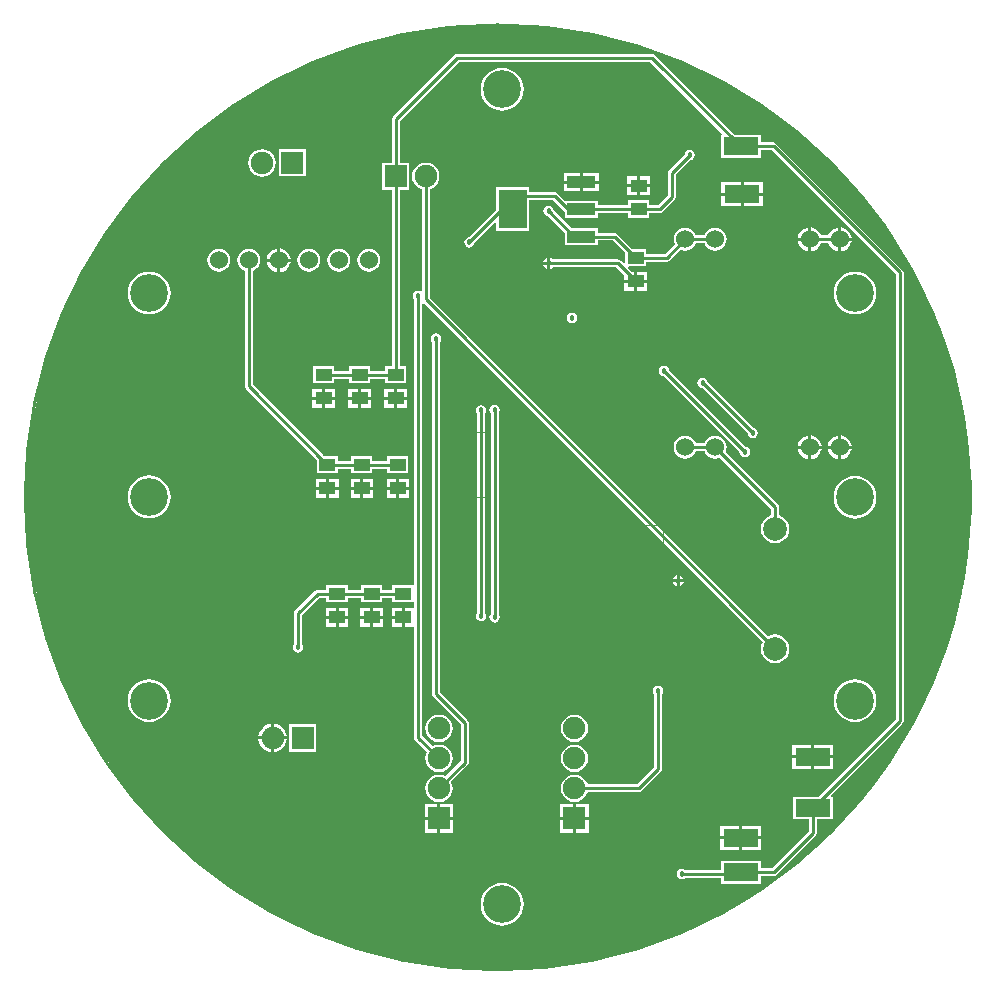
<source format=gbl>
G04*
G04 #@! TF.GenerationSoftware,Altium Limited,Altium Designer,18.1.7 (191)*
G04*
G04 Layer_Physical_Order=2*
G04 Layer_Color=16711680*
%FSLAX25Y25*%
%MOIN*%
G70*
G01*
G75*
%ADD10C,0.00394*%
%ADD11C,0.01000*%
%ADD14C,0.00197*%
%ADD15R,0.05512X0.04331*%
%ADD19R,0.11811X0.05906*%
%ADD41C,0.06000*%
%ADD42C,0.07480*%
%ADD43O,0.07480X0.07480*%
%ADD44R,0.07480X0.07480*%
%ADD45C,0.07480*%
%ADD46R,0.07480X0.07480*%
%ADD47C,0.07874*%
%ADD48C,0.12598*%
%ADD49C,0.01800*%
%ADD50R,0.09449X0.12992*%
%ADD51R,0.09449X0.03937*%
G36*
X455588Y464601D02*
X463283Y463843D01*
X470931Y462709D01*
X478514Y461200D01*
X486015Y459321D01*
X493414Y457077D01*
X500694Y454472D01*
X507837Y451513D01*
X514826Y448208D01*
X521645Y444563D01*
X528277Y440588D01*
X534706Y436292D01*
X540916Y431686D01*
X546893Y426781D01*
X552622Y421589D01*
X558089Y416122D01*
X563281Y410393D01*
X568186Y404416D01*
X572792Y398206D01*
X577088Y391777D01*
X581063Y385145D01*
X584708Y378326D01*
X588013Y371337D01*
X590972Y364193D01*
X593577Y356914D01*
X595822Y349515D01*
X597700Y342015D01*
X599209Y334431D01*
X600343Y326783D01*
X601101Y319089D01*
X601480Y311366D01*
Y307500D01*
Y303634D01*
X601101Y295912D01*
X600343Y288217D01*
X599209Y280569D01*
X597700Y272986D01*
X595822Y265485D01*
X593577Y258086D01*
X590972Y250806D01*
X588013Y243663D01*
X584708Y236674D01*
X581063Y229855D01*
X577088Y223223D01*
X572792Y216794D01*
X568186Y210584D01*
X563281Y204607D01*
X558089Y198878D01*
X552622Y193411D01*
X546893Y188219D01*
X540916Y183314D01*
X534706Y178708D01*
X528277Y174412D01*
X521645Y170437D01*
X514826Y166792D01*
X507837Y163487D01*
X500694Y160528D01*
X493414Y157923D01*
X486015Y155678D01*
X478514Y153800D01*
X470931Y152291D01*
X463283Y151157D01*
X455588Y150399D01*
X447866Y150020D01*
X440134D01*
X432411Y150399D01*
X424717Y151157D01*
X417069Y152291D01*
X409485Y153800D01*
X401985Y155678D01*
X394586Y157923D01*
X387306Y160528D01*
X380163Y163487D01*
X373174Y166792D01*
X366355Y170437D01*
X359723Y174412D01*
X353294Y178708D01*
X347084Y183314D01*
X341107Y188219D01*
X335378Y193411D01*
X329911Y198878D01*
X324719Y204607D01*
X319813Y210584D01*
X315208Y216794D01*
X310912Y223223D01*
X306937Y229855D01*
X303292Y236674D01*
X299987Y243663D01*
X297028Y250806D01*
X294423Y258086D01*
X292179Y265485D01*
X290300Y272986D01*
X288791Y280569D01*
X287657Y288217D01*
X286899Y295912D01*
X286520Y303634D01*
Y307500D01*
Y311366D01*
X286899Y319089D01*
X287657Y326783D01*
X288791Y334431D01*
X290300Y342015D01*
X292179Y349515D01*
X294423Y356914D01*
X297028Y364193D01*
X299987Y371337D01*
X303292Y378326D01*
X306937Y385145D01*
X310912Y391777D01*
X315208Y398206D01*
X319813Y404416D01*
X324719Y410393D01*
X329911Y416122D01*
X335378Y421589D01*
X341107Y426781D01*
X347084Y431686D01*
X353294Y436292D01*
X359723Y440588D01*
X366355Y444563D01*
X373174Y448208D01*
X380163Y451513D01*
X387306Y454472D01*
X394586Y457077D01*
X401985Y459321D01*
X409485Y461200D01*
X417069Y462709D01*
X424717Y463843D01*
X432411Y464601D01*
X440134Y464980D01*
X447866D01*
X455588Y464601D01*
D02*
G37*
%LPC*%
G36*
X445000Y450634D02*
X443608Y450496D01*
X442270Y450091D01*
X441037Y449431D01*
X439956Y448544D01*
X439069Y447463D01*
X438410Y446230D01*
X438003Y444892D01*
X437866Y443500D01*
X438003Y442108D01*
X438410Y440770D01*
X439069Y439537D01*
X439956Y438456D01*
X441037Y437569D01*
X442270Y436909D01*
X443608Y436504D01*
X445000Y436366D01*
X446392Y436504D01*
X447730Y436909D01*
X448963Y437569D01*
X450044Y438456D01*
X450931Y439537D01*
X451590Y440770D01*
X451997Y442108D01*
X452134Y443500D01*
X451997Y444892D01*
X451590Y446230D01*
X450931Y447463D01*
X450044Y448544D01*
X448963Y449431D01*
X447730Y450091D01*
X446392Y450496D01*
X445000Y450634D01*
D02*
G37*
G36*
X379540Y423540D02*
X370460D01*
Y414460D01*
X379540D01*
Y423540D01*
D02*
G37*
G36*
X365000Y423579D02*
X363815Y423423D01*
X362710Y422966D01*
X361762Y422238D01*
X361034Y421290D01*
X360577Y420185D01*
X360421Y419000D01*
X360577Y417815D01*
X361034Y416710D01*
X361762Y415762D01*
X362710Y415034D01*
X363815Y414577D01*
X365000Y414421D01*
X366185Y414577D01*
X367290Y415034D01*
X368238Y415762D01*
X368966Y416710D01*
X369423Y417815D01*
X369579Y419000D01*
X369423Y420185D01*
X368966Y421290D01*
X368238Y422238D01*
X367290Y422966D01*
X366185Y423423D01*
X365000Y423579D01*
D02*
G37*
G36*
X477142Y415524D02*
X471917D01*
Y413055D01*
X477142D01*
Y415524D01*
D02*
G37*
G36*
X470917D02*
X465693D01*
Y413055D01*
X470917D01*
Y415524D01*
D02*
G37*
G36*
X494256Y414602D02*
X491000D01*
Y411937D01*
X494256D01*
Y414602D01*
D02*
G37*
G36*
X490000D02*
X486744D01*
Y411937D01*
X490000D01*
Y414602D01*
D02*
G37*
G36*
X477142Y412055D02*
X471917D01*
Y409587D01*
X477142D01*
Y412055D01*
D02*
G37*
G36*
X470917D02*
X465693D01*
Y409587D01*
X470917D01*
Y412055D01*
D02*
G37*
G36*
X531906Y412453D02*
X525500D01*
Y409000D01*
X531906D01*
Y412453D01*
D02*
G37*
G36*
X524500D02*
X518094D01*
Y409000D01*
X524500D01*
Y412453D01*
D02*
G37*
G36*
X494256Y410937D02*
X491000D01*
Y408272D01*
X494256D01*
Y410937D01*
D02*
G37*
G36*
X490000D02*
X486744D01*
Y408272D01*
X490000D01*
Y410937D01*
D02*
G37*
G36*
X507499Y423296D02*
X506836Y423164D01*
X506274Y422789D01*
X505898Y422226D01*
X505801Y421739D01*
X500563Y416501D01*
X500275Y416071D01*
X500175Y415564D01*
Y408049D01*
X497014Y404888D01*
X494056D01*
Y406528D01*
X486944D01*
Y404825D01*
X476942D01*
Y406269D01*
X466106D01*
X463437Y408937D01*
X463007Y409225D01*
X462500Y409326D01*
X454107D01*
Y410796D01*
X443058D01*
Y403370D01*
X433887Y394198D01*
X433400Y394101D01*
X432837Y393726D01*
X432462Y393163D01*
X432330Y392500D01*
X432462Y391837D01*
X432837Y391274D01*
X433400Y390899D01*
X434063Y390767D01*
X434726Y390899D01*
X435289Y391274D01*
X435664Y391837D01*
X435761Y392324D01*
X442596Y399159D01*
X443058Y398968D01*
Y396204D01*
X454107D01*
Y406674D01*
X461951D01*
X465893Y402733D01*
Y400732D01*
X476942D01*
Y402175D01*
X486944D01*
Y400598D01*
X494056D01*
Y402238D01*
X497563D01*
X498070Y402338D01*
X498500Y402626D01*
X502437Y406563D01*
X502725Y406993D01*
X502825Y407500D01*
Y415015D01*
X507676Y419865D01*
X508163Y419962D01*
X508725Y420337D01*
X509101Y420900D01*
X509233Y421563D01*
X509101Y422226D01*
X508725Y422789D01*
X508163Y423164D01*
X507499Y423296D01*
D02*
G37*
G36*
X531906Y408000D02*
X525500D01*
Y404547D01*
X531906D01*
Y408000D01*
D02*
G37*
G36*
X524500D02*
X518094D01*
Y404547D01*
X524500D01*
Y408000D01*
D02*
G37*
G36*
X558020Y397469D02*
Y394000D01*
X561488D01*
X561417Y394544D01*
X561014Y395517D01*
X560372Y396353D01*
X559537Y396994D01*
X558564Y397397D01*
X558020Y397469D01*
D02*
G37*
G36*
X547020Y397469D02*
X546476Y397397D01*
X545502Y396994D01*
X544667Y396353D01*
X544026Y395517D01*
X543623Y394544D01*
X543551Y394000D01*
X547020D01*
Y397469D01*
D02*
G37*
G36*
X460500Y404733D02*
X459837Y404601D01*
X459274Y404226D01*
X458899Y403663D01*
X458767Y403000D01*
X458899Y402337D01*
X459274Y401774D01*
X459837Y401399D01*
X460324Y401302D01*
X465893Y395733D01*
Y391676D01*
X476942D01*
Y393119D01*
X481943D01*
X485944Y389118D01*
Y385647D01*
X485482Y385455D01*
X484500Y386437D01*
X484070Y386725D01*
X483563Y386825D01*
X461899D01*
X461870Y386870D01*
X461241Y387290D01*
X461000Y387338D01*
Y385500D01*
Y383662D01*
X461241Y383710D01*
X461870Y384130D01*
X461899Y384174D01*
X483014D01*
X485744Y381444D01*
Y380063D01*
X489000D01*
Y382728D01*
X488209D01*
X486928Y384010D01*
X487119Y384472D01*
X493056D01*
Y386111D01*
X499961D01*
X500468Y386212D01*
X500898Y386500D01*
X504441Y390043D01*
X505032Y389798D01*
X506024Y389667D01*
X507016Y389798D01*
X507940Y390181D01*
X508734Y390790D01*
X509343Y391584D01*
X509588Y392175D01*
X512460D01*
X512704Y391584D01*
X513313Y390790D01*
X514107Y390181D01*
X515032Y389798D01*
X516024Y389667D01*
X517016Y389798D01*
X517940Y390181D01*
X518734Y390790D01*
X519343Y391584D01*
X519726Y392508D01*
X519856Y393500D01*
X519726Y394492D01*
X519343Y395416D01*
X518734Y396210D01*
X517940Y396819D01*
X517016Y397202D01*
X516024Y397333D01*
X515032Y397202D01*
X514107Y396819D01*
X513313Y396210D01*
X512704Y395416D01*
X512460Y394826D01*
X509588D01*
X509343Y395416D01*
X508734Y396210D01*
X507940Y396819D01*
X507016Y397202D01*
X506024Y397333D01*
X505032Y397202D01*
X504107Y396819D01*
X503313Y396210D01*
X502704Y395416D01*
X502321Y394492D01*
X502191Y393500D01*
X502321Y392508D01*
X502566Y391917D01*
X499412Y388762D01*
X493056D01*
Y390402D01*
X488409D01*
X483429Y395382D01*
X482999Y395670D01*
X482492Y395770D01*
X476942D01*
Y397213D01*
X468161D01*
X462198Y403176D01*
X462101Y403663D01*
X461726Y404226D01*
X461163Y404601D01*
X460500Y404733D01*
D02*
G37*
G36*
X547020Y393000D02*
X543551D01*
X543623Y392456D01*
X544026Y391483D01*
X544667Y390647D01*
X545502Y390006D01*
X546476Y389603D01*
X547020Y389531D01*
Y393000D01*
D02*
G37*
G36*
X548020Y397469D02*
Y393500D01*
Y389531D01*
X548564Y389603D01*
X549537Y390006D01*
X550373Y390647D01*
X551014Y391483D01*
X551300Y392175D01*
X553739D01*
X554026Y391483D01*
X554667Y390647D01*
X555502Y390006D01*
X556475Y389603D01*
X557020Y389531D01*
Y393500D01*
Y397469D01*
X556475Y397397D01*
X555502Y396994D01*
X554667Y396353D01*
X554026Y395517D01*
X553739Y394826D01*
X551300D01*
X551014Y395517D01*
X550373Y396353D01*
X549537Y396994D01*
X548564Y397397D01*
X548020Y397469D01*
D02*
G37*
G36*
X561488Y393000D02*
X558020D01*
Y389531D01*
X558564Y389603D01*
X559537Y390006D01*
X560372Y390647D01*
X561014Y391483D01*
X561417Y392456D01*
X561488Y393000D01*
D02*
G37*
G36*
X371000Y390469D02*
Y387000D01*
X374469D01*
X374397Y387544D01*
X373994Y388517D01*
X373353Y389353D01*
X372517Y389994D01*
X371544Y390397D01*
X371000Y390469D01*
D02*
G37*
G36*
X370000D02*
X369456Y390397D01*
X368483Y389994D01*
X367647Y389353D01*
X367006Y388517D01*
X366603Y387544D01*
X366531Y387000D01*
X370000D01*
Y390469D01*
D02*
G37*
G36*
X460000Y387338D02*
X459759Y387290D01*
X459130Y386870D01*
X458710Y386241D01*
X458662Y386000D01*
X460000D01*
Y387338D01*
D02*
G37*
G36*
Y385000D02*
X458662D01*
X458710Y384759D01*
X459130Y384130D01*
X459759Y383710D01*
X460000Y383662D01*
Y385000D01*
D02*
G37*
G36*
X400500Y390333D02*
X399508Y390202D01*
X398584Y389819D01*
X397790Y389210D01*
X397181Y388416D01*
X396798Y387492D01*
X396667Y386500D01*
X396798Y385508D01*
X397181Y384584D01*
X397790Y383790D01*
X398584Y383181D01*
X399508Y382798D01*
X400500Y382667D01*
X401492Y382798D01*
X402416Y383181D01*
X403210Y383790D01*
X403819Y384584D01*
X404202Y385508D01*
X404333Y386500D01*
X404202Y387492D01*
X403819Y388416D01*
X403210Y389210D01*
X402416Y389819D01*
X401492Y390202D01*
X400500Y390333D01*
D02*
G37*
G36*
X390500D02*
X389508Y390202D01*
X388584Y389819D01*
X387790Y389210D01*
X387181Y388416D01*
X386798Y387492D01*
X386667Y386500D01*
X386798Y385508D01*
X387181Y384584D01*
X387790Y383790D01*
X388584Y383181D01*
X389508Y382798D01*
X390500Y382667D01*
X391492Y382798D01*
X392416Y383181D01*
X393210Y383790D01*
X393819Y384584D01*
X394202Y385508D01*
X394333Y386500D01*
X394202Y387492D01*
X393819Y388416D01*
X393210Y389210D01*
X392416Y389819D01*
X391492Y390202D01*
X390500Y390333D01*
D02*
G37*
G36*
X380500D02*
X379508Y390202D01*
X378584Y389819D01*
X377790Y389210D01*
X377181Y388416D01*
X376798Y387492D01*
X376667Y386500D01*
X376798Y385508D01*
X377181Y384584D01*
X377790Y383790D01*
X378584Y383181D01*
X379508Y382798D01*
X380500Y382667D01*
X381492Y382798D01*
X382416Y383181D01*
X383210Y383790D01*
X383819Y384584D01*
X384202Y385508D01*
X384333Y386500D01*
X384202Y387492D01*
X383819Y388416D01*
X383210Y389210D01*
X382416Y389819D01*
X381492Y390202D01*
X380500Y390333D01*
D02*
G37*
G36*
X350500D02*
X349508Y390202D01*
X348584Y389819D01*
X347790Y389210D01*
X347181Y388416D01*
X346798Y387492D01*
X346667Y386500D01*
X346798Y385508D01*
X347181Y384584D01*
X347790Y383790D01*
X348584Y383181D01*
X349508Y382798D01*
X350500Y382667D01*
X351492Y382798D01*
X352416Y383181D01*
X353210Y383790D01*
X353819Y384584D01*
X354202Y385508D01*
X354333Y386500D01*
X354202Y387492D01*
X353819Y388416D01*
X353210Y389210D01*
X352416Y389819D01*
X351492Y390202D01*
X350500Y390333D01*
D02*
G37*
G36*
X374469Y386000D02*
X371000D01*
Y382531D01*
X371544Y382603D01*
X372517Y383006D01*
X373353Y383647D01*
X373994Y384483D01*
X374397Y385456D01*
X374469Y386000D01*
D02*
G37*
G36*
X370000D02*
X366531D01*
X366603Y385456D01*
X367006Y384483D01*
X367647Y383647D01*
X368483Y383006D01*
X369456Y382603D01*
X370000Y382531D01*
Y386000D01*
D02*
G37*
G36*
X493256Y382728D02*
X490000D01*
Y380063D01*
X493256D01*
Y382728D01*
D02*
G37*
G36*
Y379063D02*
X490000D01*
Y376398D01*
X493256D01*
Y379063D01*
D02*
G37*
G36*
X489000D02*
X485744D01*
Y376398D01*
X489000D01*
Y379063D01*
D02*
G37*
G36*
X419500Y419079D02*
X418315Y418923D01*
X417210Y418466D01*
X416262Y417738D01*
X415534Y416790D01*
X415077Y415685D01*
X414921Y414500D01*
X415077Y413315D01*
X415534Y412210D01*
X416262Y411262D01*
X417210Y410534D01*
X418175Y410135D01*
Y376354D01*
X417734Y376119D01*
X417663Y376166D01*
X417000Y376298D01*
X416337Y376166D01*
X415774Y375790D01*
X415399Y375228D01*
X415267Y374564D01*
X415399Y373901D01*
X415674Y373488D01*
Y278853D01*
X415556Y278402D01*
X415174Y278402D01*
X408444D01*
Y276763D01*
X405056D01*
Y278402D01*
X397944D01*
Y276763D01*
X393556D01*
Y278402D01*
X386444D01*
Y276763D01*
X383453D01*
X382945Y276662D01*
X382516Y276374D01*
X376063Y269921D01*
X375775Y269492D01*
X375675Y268984D01*
Y258576D01*
X375399Y258163D01*
X375267Y257500D01*
X375399Y256837D01*
X375774Y256274D01*
X376337Y255899D01*
X377000Y255767D01*
X377663Y255899D01*
X378226Y256274D01*
X378601Y256837D01*
X378733Y257500D01*
X378601Y258163D01*
X378326Y258576D01*
Y268435D01*
X384002Y274112D01*
X386444D01*
Y272472D01*
X393556D01*
Y274112D01*
X397944D01*
Y272472D01*
X405056D01*
Y274112D01*
X408444D01*
Y272472D01*
X415174D01*
X415556Y272472D01*
X415674Y272021D01*
Y270728D01*
X412500D01*
Y267563D01*
Y264398D01*
X415674D01*
Y227437D01*
X415775Y226930D01*
X416063Y226500D01*
X419913Y222649D01*
X419514Y221685D01*
X419358Y220500D01*
X419514Y219315D01*
X419971Y218210D01*
X420699Y217262D01*
X421647Y216534D01*
X422752Y216077D01*
X423937Y215921D01*
X425122Y216077D01*
X426227Y216534D01*
X427175Y217262D01*
X427903Y218210D01*
X428360Y219315D01*
X428516Y220500D01*
X428360Y221685D01*
X427903Y222790D01*
X427175Y223738D01*
X426227Y224466D01*
X425122Y224923D01*
X423937Y225079D01*
X422752Y224923D01*
X421788Y224524D01*
X418326Y227986D01*
Y372113D01*
X418825Y372320D01*
X531825Y259320D01*
X531385Y258256D01*
X531222Y257020D01*
X531385Y255783D01*
X531862Y254631D01*
X532621Y253641D01*
X533611Y252882D01*
X534763Y252405D01*
X536000Y252242D01*
X537237Y252405D01*
X538389Y252882D01*
X539378Y253641D01*
X540138Y254631D01*
X540615Y255783D01*
X540778Y257020D01*
X540615Y258256D01*
X540138Y259409D01*
X539378Y260398D01*
X538389Y261157D01*
X537237Y261635D01*
X536000Y261798D01*
X534763Y261635D01*
X533700Y261194D01*
X420825Y374069D01*
Y410135D01*
X421790Y410534D01*
X422738Y411262D01*
X423466Y412210D01*
X423923Y413315D01*
X424079Y414500D01*
X423923Y415685D01*
X423466Y416790D01*
X422738Y417738D01*
X421790Y418466D01*
X420685Y418923D01*
X419500Y419079D01*
D02*
G37*
G36*
X562629Y382720D02*
X561238Y382583D01*
X559900Y382177D01*
X558666Y381518D01*
X557585Y380631D01*
X556698Y379550D01*
X556039Y378316D01*
X555633Y376978D01*
X555496Y375587D01*
X555633Y374195D01*
X556039Y372857D01*
X556698Y371623D01*
X557585Y370542D01*
X558666Y369655D01*
X559900Y368996D01*
X561238Y368590D01*
X562629Y368453D01*
X564021Y368590D01*
X565359Y368996D01*
X566593Y369655D01*
X567674Y370542D01*
X568561Y371623D01*
X569220Y372857D01*
X569626Y374195D01*
X569763Y375587D01*
X569626Y376978D01*
X569220Y378316D01*
X568561Y379550D01*
X567674Y380631D01*
X566593Y381518D01*
X565359Y382177D01*
X564021Y382583D01*
X562629Y382720D01*
D02*
G37*
G36*
X327371D02*
X325979Y382583D01*
X324641Y382177D01*
X323407Y381518D01*
X322326Y380631D01*
X321439Y379550D01*
X320780Y378316D01*
X320374Y376978D01*
X320237Y375587D01*
X320374Y374195D01*
X320780Y372857D01*
X321439Y371623D01*
X322326Y370542D01*
X323407Y369655D01*
X324641Y368996D01*
X325979Y368590D01*
X327371Y368453D01*
X328762Y368590D01*
X330100Y368996D01*
X331334Y369655D01*
X332415Y370542D01*
X333302Y371623D01*
X333961Y372857D01*
X334367Y374195D01*
X334504Y375587D01*
X334367Y376978D01*
X333961Y378316D01*
X333302Y379550D01*
X332415Y380631D01*
X331334Y381518D01*
X330100Y382177D01*
X328762Y382583D01*
X327371Y382720D01*
D02*
G37*
G36*
X468256Y369060D02*
X467593Y368928D01*
X467030Y368552D01*
X466655Y367990D01*
X466523Y367327D01*
X466655Y366664D01*
X467030Y366101D01*
X467593Y365725D01*
X468256Y365594D01*
X468919Y365725D01*
X469482Y366101D01*
X469857Y366664D01*
X469989Y367327D01*
X469857Y367990D01*
X469482Y368552D01*
X468919Y368928D01*
X468256Y369060D01*
D02*
G37*
G36*
X413256Y343728D02*
X410000D01*
Y341063D01*
X413256D01*
Y343728D01*
D02*
G37*
G36*
X409000D02*
X405744D01*
Y341063D01*
X409000D01*
Y343728D01*
D02*
G37*
G36*
X401256D02*
X398000D01*
Y341063D01*
X401256D01*
Y343728D01*
D02*
G37*
G36*
X397000D02*
X393744D01*
Y341063D01*
X397000D01*
Y343728D01*
D02*
G37*
G36*
X389256D02*
X386000D01*
Y341063D01*
X389256D01*
Y343728D01*
D02*
G37*
G36*
X385000D02*
X381744D01*
Y341063D01*
X385000D01*
Y343728D01*
D02*
G37*
G36*
X413256Y340063D02*
X410000D01*
Y337398D01*
X413256D01*
Y340063D01*
D02*
G37*
G36*
X409000D02*
X405744D01*
Y337398D01*
X409000D01*
Y340063D01*
D02*
G37*
G36*
X401256D02*
X398000D01*
Y337398D01*
X401256D01*
Y340063D01*
D02*
G37*
G36*
X397000D02*
X393744D01*
Y337398D01*
X397000D01*
Y340063D01*
D02*
G37*
G36*
X389256D02*
X386000D01*
Y337398D01*
X389256D01*
Y340063D01*
D02*
G37*
G36*
X385000D02*
X381744D01*
Y337398D01*
X385000D01*
Y340063D01*
D02*
G37*
G36*
X511827Y347407D02*
X511164Y347275D01*
X510601Y346899D01*
X510225Y346337D01*
X510093Y345673D01*
X510225Y345010D01*
X510601Y344448D01*
X511164Y344072D01*
X511651Y343975D01*
X526802Y328824D01*
X526899Y328337D01*
X527274Y327774D01*
X527837Y327399D01*
X528500Y327267D01*
X529163Y327399D01*
X529726Y327774D01*
X530101Y328337D01*
X530233Y329000D01*
X530101Y329663D01*
X529726Y330226D01*
X529163Y330601D01*
X528676Y330698D01*
X513525Y345849D01*
X513428Y346337D01*
X513052Y346899D01*
X512490Y347275D01*
X511827Y347407D01*
D02*
G37*
G36*
X516024Y328041D02*
X515032Y327911D01*
X514107Y327528D01*
X513313Y326919D01*
X512704Y326125D01*
X512460Y325534D01*
X509588D01*
X509343Y326125D01*
X508734Y326919D01*
X507940Y327528D01*
X507016Y327911D01*
X506024Y328041D01*
X505032Y327911D01*
X504107Y327528D01*
X503313Y326919D01*
X502704Y326125D01*
X502321Y325201D01*
X502191Y324209D01*
X502321Y323217D01*
X502704Y322292D01*
X503313Y321498D01*
X504107Y320889D01*
X505032Y320507D01*
X506024Y320376D01*
X507016Y320507D01*
X507940Y320889D01*
X508734Y321498D01*
X509343Y322292D01*
X509588Y322883D01*
X512460D01*
X512704Y322292D01*
X513313Y321498D01*
X514107Y320889D01*
X515032Y320507D01*
X516024Y320376D01*
X517016Y320507D01*
X517606Y320751D01*
X534675Y303683D01*
Y301559D01*
X533611Y301118D01*
X532621Y300359D01*
X531862Y299369D01*
X531385Y298217D01*
X531222Y296980D01*
X531385Y295744D01*
X531862Y294591D01*
X532621Y293602D01*
X533611Y292843D01*
X534763Y292365D01*
X536000Y292202D01*
X537237Y292365D01*
X538389Y292843D01*
X539378Y293602D01*
X540138Y294591D01*
X540615Y295744D01*
X540778Y296980D01*
X540615Y298217D01*
X540138Y299369D01*
X539378Y300359D01*
X538389Y301118D01*
X537325Y301559D01*
Y304232D01*
X537225Y304739D01*
X536937Y305170D01*
X519481Y322626D01*
X519726Y323217D01*
X519856Y324209D01*
X519726Y325201D01*
X519343Y326125D01*
X518734Y326919D01*
X517940Y327528D01*
X517016Y327911D01*
X516024Y328041D01*
D02*
G37*
G36*
X558020Y328177D02*
Y324709D01*
X561488D01*
X561417Y325253D01*
X561014Y326226D01*
X560372Y327062D01*
X559537Y327703D01*
X558564Y328106D01*
X558020Y328177D01*
D02*
G37*
G36*
X548020D02*
Y324709D01*
X551488D01*
X551417Y325253D01*
X551014Y326226D01*
X550373Y327062D01*
X549537Y327703D01*
X548564Y328106D01*
X548020Y328177D01*
D02*
G37*
G36*
X557020Y328177D02*
X556475Y328106D01*
X555502Y327703D01*
X554667Y327062D01*
X554026Y326226D01*
X553623Y325253D01*
X553551Y324709D01*
X557020D01*
Y328177D01*
D02*
G37*
G36*
X547020D02*
X546476Y328106D01*
X545502Y327703D01*
X544667Y327062D01*
X544026Y326226D01*
X543623Y325253D01*
X543551Y324709D01*
X547020D01*
Y328177D01*
D02*
G37*
G36*
X499000Y351343D02*
X498337Y351212D01*
X497774Y350836D01*
X497399Y350273D01*
X497267Y349610D01*
X497399Y348947D01*
X497774Y348385D01*
X498337Y348009D01*
X498824Y347912D01*
X524302Y322434D01*
X524399Y321947D01*
X524774Y321385D01*
X525337Y321009D01*
X526000Y320877D01*
X526663Y321009D01*
X527226Y321385D01*
X527601Y321947D01*
X527733Y322610D01*
X527601Y323273D01*
X527226Y323836D01*
X526663Y324212D01*
X526176Y324308D01*
X500698Y349786D01*
X500601Y350273D01*
X500226Y350836D01*
X499663Y351212D01*
X499000Y351343D01*
D02*
G37*
G36*
X557020Y323709D02*
X553551D01*
X553623Y323164D01*
X554026Y322191D01*
X554667Y321356D01*
X555502Y320715D01*
X556475Y320312D01*
X557020Y320240D01*
Y323709D01*
D02*
G37*
G36*
X547020D02*
X543551D01*
X543623Y323164D01*
X544026Y322191D01*
X544667Y321356D01*
X545502Y320715D01*
X546476Y320312D01*
X547020Y320240D01*
Y323709D01*
D02*
G37*
G36*
X561488D02*
X558020D01*
Y320240D01*
X558564Y320312D01*
X559537Y320715D01*
X560372Y321356D01*
X561014Y322191D01*
X561417Y323164D01*
X561488Y323709D01*
D02*
G37*
G36*
X551488D02*
X548020D01*
Y320240D01*
X548564Y320312D01*
X549537Y320715D01*
X550373Y321356D01*
X551014Y322191D01*
X551417Y323164D01*
X551488Y323709D01*
D02*
G37*
G36*
X360500Y390333D02*
X359508Y390202D01*
X358584Y389819D01*
X357790Y389210D01*
X357181Y388416D01*
X356798Y387492D01*
X356667Y386500D01*
X356798Y385508D01*
X357181Y384584D01*
X357790Y383790D01*
X358584Y383181D01*
X359174Y382936D01*
Y344657D01*
X359275Y344150D01*
X359563Y343720D01*
X383165Y320118D01*
Y315472D01*
X390276D01*
Y317111D01*
X394665D01*
Y315472D01*
X401776D01*
Y317111D01*
X406665D01*
Y315472D01*
X413776D01*
Y321402D01*
X406665D01*
Y319762D01*
X401776D01*
Y321402D01*
X394665D01*
Y319762D01*
X390276D01*
Y321402D01*
X385630D01*
X361825Y345207D01*
Y382936D01*
X362416Y383181D01*
X363210Y383790D01*
X363819Y384584D01*
X364202Y385508D01*
X364333Y386500D01*
X364202Y387492D01*
X363819Y388416D01*
X363210Y389210D01*
X362416Y389819D01*
X361492Y390202D01*
X360500Y390333D01*
D02*
G37*
G36*
X413976Y313728D02*
X410720D01*
Y311063D01*
X413976D01*
Y313728D01*
D02*
G37*
G36*
X409721D02*
X406465D01*
Y311063D01*
X409721D01*
Y313728D01*
D02*
G37*
G36*
X401976D02*
X398721D01*
Y311063D01*
X401976D01*
Y313728D01*
D02*
G37*
G36*
X397721D02*
X394465D01*
Y311063D01*
X397721D01*
Y313728D01*
D02*
G37*
G36*
X390476D02*
X387221D01*
Y311063D01*
X390476D01*
Y313728D01*
D02*
G37*
G36*
X386221D02*
X382965D01*
Y311063D01*
X386221D01*
Y313728D01*
D02*
G37*
G36*
X413976Y310063D02*
X410720D01*
Y307398D01*
X413976D01*
Y310063D01*
D02*
G37*
G36*
X409721D02*
X406465D01*
Y307398D01*
X409721D01*
Y310063D01*
D02*
G37*
G36*
X401976D02*
X398721D01*
Y307398D01*
X401976D01*
Y310063D01*
D02*
G37*
G36*
X397721D02*
X394465D01*
Y307398D01*
X397721D01*
Y310063D01*
D02*
G37*
G36*
X390476D02*
X387221D01*
Y307398D01*
X390476D01*
Y310063D01*
D02*
G37*
G36*
X386221D02*
X382965D01*
Y307398D01*
X386221D01*
Y310063D01*
D02*
G37*
G36*
X327371Y314807D02*
X325979Y314670D01*
X324641Y314264D01*
X323407Y313605D01*
X322326Y312717D01*
X321439Y311636D01*
X320780Y310403D01*
X320374Y309065D01*
X320237Y307673D01*
X320374Y306281D01*
X320780Y304943D01*
X321439Y303710D01*
X322326Y302629D01*
X323407Y301742D01*
X324641Y301083D01*
X325979Y300677D01*
X327371Y300540D01*
X328762Y300677D01*
X330100Y301083D01*
X331334Y301742D01*
X332415Y302629D01*
X333302Y303710D01*
X333961Y304943D01*
X334367Y306281D01*
X334504Y307673D01*
X334367Y309065D01*
X333961Y310403D01*
X333302Y311636D01*
X332415Y312717D01*
X331334Y313605D01*
X330100Y314264D01*
X328762Y314670D01*
X327371Y314807D01*
D02*
G37*
G36*
X562629Y314634D02*
X561238Y314496D01*
X559900Y314090D01*
X558666Y313431D01*
X557585Y312544D01*
X556698Y311463D01*
X556039Y310230D01*
X555633Y308892D01*
X555496Y307500D01*
X555633Y306108D01*
X556039Y304770D01*
X556698Y303537D01*
X557585Y302456D01*
X558666Y301569D01*
X559900Y300909D01*
X561238Y300503D01*
X562629Y300366D01*
X564021Y300503D01*
X565359Y300909D01*
X566593Y301569D01*
X567674Y302456D01*
X568561Y303537D01*
X569220Y304770D01*
X569626Y306108D01*
X569763Y307500D01*
X569626Y308892D01*
X569220Y310230D01*
X568561Y311463D01*
X567674Y312544D01*
X566593Y313431D01*
X565359Y314090D01*
X564021Y314496D01*
X562629Y314634D01*
D02*
G37*
G36*
X504140Y281558D02*
Y280221D01*
X505477D01*
X505429Y280462D01*
X505009Y281090D01*
X504381Y281510D01*
X504140Y281558D01*
D02*
G37*
G36*
X503139D02*
X502898Y281510D01*
X502270Y281090D01*
X501850Y280462D01*
X501802Y280221D01*
X503139D01*
Y281558D01*
D02*
G37*
G36*
X505477Y279221D02*
X504140D01*
Y277883D01*
X504381Y277931D01*
X505009Y278351D01*
X505429Y278979D01*
X505477Y279221D01*
D02*
G37*
G36*
X503139D02*
X501802D01*
X501850Y278979D01*
X502270Y278351D01*
X502898Y277931D01*
X503139Y277883D01*
Y279221D01*
D02*
G37*
G36*
X411500Y270728D02*
X408244D01*
Y268063D01*
X411500D01*
Y270728D01*
D02*
G37*
G36*
X405256D02*
X402000D01*
Y268063D01*
X405256D01*
Y270728D01*
D02*
G37*
G36*
X401000D02*
X397744D01*
Y268063D01*
X401000D01*
Y270728D01*
D02*
G37*
G36*
X393756D02*
X390500D01*
Y268063D01*
X393756D01*
Y270728D01*
D02*
G37*
G36*
X389500D02*
X386244D01*
Y268063D01*
X389500D01*
Y270728D01*
D02*
G37*
G36*
X438000Y338233D02*
X437337Y338101D01*
X436774Y337726D01*
X436399Y337163D01*
X436267Y336500D01*
X436399Y335837D01*
X436674Y335424D01*
Y269076D01*
X436399Y268663D01*
X436267Y268000D01*
X436399Y267337D01*
X436774Y266774D01*
X437040Y266597D01*
X437063Y266563D01*
X437493Y266275D01*
X438000Y266175D01*
X438507Y266275D01*
X438937Y266563D01*
X438960Y266597D01*
X439226Y266774D01*
X439601Y267337D01*
X439733Y268000D01*
X439601Y268663D01*
X439326Y269076D01*
Y335424D01*
X439601Y335837D01*
X439733Y336500D01*
X439601Y337163D01*
X439226Y337726D01*
X438663Y338101D01*
X438000Y338233D01*
D02*
G37*
G36*
X442500Y338355D02*
X441837Y338223D01*
X441274Y337847D01*
X440899Y337285D01*
X440767Y336621D01*
X440899Y335958D01*
X441175Y335545D01*
Y268576D01*
X440899Y268163D01*
X440767Y267500D01*
X440899Y266837D01*
X441274Y266274D01*
X441837Y265899D01*
X442500Y265767D01*
X443163Y265899D01*
X443726Y266274D01*
X444101Y266837D01*
X444233Y267500D01*
X444101Y268163D01*
X443825Y268576D01*
Y335545D01*
X444101Y335958D01*
X444233Y336621D01*
X444101Y337285D01*
X443726Y337847D01*
X443163Y338223D01*
X442500Y338355D01*
D02*
G37*
G36*
X411500Y267063D02*
X408244D01*
Y264398D01*
X411500D01*
Y267063D01*
D02*
G37*
G36*
X405256D02*
X402000D01*
Y264398D01*
X405256D01*
Y267063D01*
D02*
G37*
G36*
X401000D02*
X397744D01*
Y264398D01*
X401000D01*
Y267063D01*
D02*
G37*
G36*
X393756D02*
X390500D01*
Y264398D01*
X393756D01*
Y267063D01*
D02*
G37*
G36*
X389500D02*
X386244D01*
Y264398D01*
X389500D01*
Y267063D01*
D02*
G37*
G36*
X562629Y246893D02*
X561238Y246756D01*
X559900Y246350D01*
X558666Y245691D01*
X557585Y244804D01*
X556698Y243723D01*
X556039Y242490D01*
X555633Y241151D01*
X555496Y239760D01*
X555633Y238368D01*
X556039Y237030D01*
X556698Y235797D01*
X557585Y234716D01*
X558666Y233828D01*
X559900Y233169D01*
X561238Y232763D01*
X562629Y232626D01*
X564021Y232763D01*
X565359Y233169D01*
X566593Y233828D01*
X567674Y234716D01*
X568561Y235797D01*
X569220Y237030D01*
X569626Y238368D01*
X569763Y239760D01*
X569626Y241151D01*
X569220Y242490D01*
X568561Y243723D01*
X567674Y244804D01*
X566593Y245691D01*
X565359Y246350D01*
X564021Y246756D01*
X562629Y246893D01*
D02*
G37*
G36*
X327371D02*
X325979Y246756D01*
X324641Y246350D01*
X323407Y245691D01*
X322326Y244804D01*
X321439Y243723D01*
X320780Y242490D01*
X320374Y241151D01*
X320237Y239760D01*
X320374Y238368D01*
X320780Y237030D01*
X321439Y235797D01*
X322326Y234716D01*
X323407Y233828D01*
X324641Y233169D01*
X325979Y232763D01*
X327371Y232626D01*
X328762Y232763D01*
X330100Y233169D01*
X331334Y233828D01*
X332415Y234716D01*
X333302Y235797D01*
X333961Y237030D01*
X334367Y238368D01*
X334504Y239760D01*
X334367Y241151D01*
X333961Y242490D01*
X333302Y243723D01*
X332415Y244804D01*
X331334Y245691D01*
X330100Y246350D01*
X328762Y246756D01*
X327371Y246893D01*
D02*
G37*
G36*
X369000Y232026D02*
Y227811D01*
X373215D01*
X373118Y228548D01*
X372640Y229701D01*
X371881Y230692D01*
X370890Y231452D01*
X369737Y231929D01*
X369000Y232026D01*
D02*
G37*
G36*
X368000D02*
X367263Y231929D01*
X366109Y231452D01*
X365119Y230692D01*
X364359Y229701D01*
X363882Y228548D01*
X363785Y227811D01*
X368000D01*
Y232026D01*
D02*
G37*
G36*
X469110Y235079D02*
X467925Y234923D01*
X466821Y234466D01*
X465872Y233738D01*
X465144Y232790D01*
X464687Y231685D01*
X464531Y230500D01*
X464687Y229315D01*
X465144Y228210D01*
X465872Y227262D01*
X466821Y226534D01*
X467925Y226077D01*
X469110Y225921D01*
X470295Y226077D01*
X471400Y226534D01*
X472348Y227262D01*
X473076Y228210D01*
X473533Y229315D01*
X473690Y230500D01*
X473533Y231685D01*
X473076Y232790D01*
X472348Y233738D01*
X471400Y234466D01*
X470295Y234923D01*
X469110Y235079D01*
D02*
G37*
G36*
X423937D02*
X422752Y234923D01*
X421647Y234466D01*
X420699Y233738D01*
X419971Y232790D01*
X419514Y231685D01*
X419358Y230500D01*
X419514Y229315D01*
X419971Y228210D01*
X420699Y227262D01*
X421647Y226534D01*
X422752Y226077D01*
X423937Y225921D01*
X425122Y226077D01*
X426227Y226534D01*
X427175Y227262D01*
X427903Y228210D01*
X428360Y229315D01*
X428516Y230500D01*
X428360Y231685D01*
X427903Y232790D01*
X427175Y233738D01*
X426227Y234466D01*
X425122Y234923D01*
X423937Y235079D01*
D02*
G37*
G36*
X383040Y231851D02*
X373960D01*
Y222771D01*
X383040D01*
Y231851D01*
D02*
G37*
G36*
X373215Y226811D02*
X369000D01*
Y222596D01*
X369737Y222693D01*
X370890Y223170D01*
X371881Y223930D01*
X372640Y224921D01*
X373118Y226074D01*
X373215Y226811D01*
D02*
G37*
G36*
X368000D02*
X363785D01*
X363882Y226074D01*
X364359Y224921D01*
X365119Y223930D01*
X366109Y223170D01*
X367263Y222693D01*
X368000Y222596D01*
Y226811D01*
D02*
G37*
G36*
X555406Y224953D02*
X549000D01*
Y221500D01*
X555406D01*
Y224953D01*
D02*
G37*
G36*
X548000D02*
X541595D01*
Y221500D01*
X548000D01*
Y224953D01*
D02*
G37*
G36*
X555406Y220500D02*
X549000D01*
Y217047D01*
X555406D01*
Y220500D01*
D02*
G37*
G36*
X548000D02*
X541595D01*
Y217047D01*
X548000D01*
Y220500D01*
D02*
G37*
G36*
X469110Y225079D02*
X467925Y224923D01*
X466821Y224466D01*
X465872Y223738D01*
X465144Y222790D01*
X464687Y221685D01*
X464531Y220500D01*
X464687Y219315D01*
X465144Y218210D01*
X465872Y217262D01*
X466821Y216534D01*
X467925Y216077D01*
X469110Y215921D01*
X470295Y216077D01*
X471400Y216534D01*
X472348Y217262D01*
X473076Y218210D01*
X473533Y219315D01*
X473690Y220500D01*
X473533Y221685D01*
X473076Y222790D01*
X472348Y223738D01*
X471400Y224466D01*
X470295Y224923D01*
X469110Y225079D01*
D02*
G37*
G36*
X422929Y362162D02*
X422266Y362031D01*
X421703Y361655D01*
X421328Y361092D01*
X421196Y360429D01*
X421328Y359766D01*
X421604Y359353D01*
Y242008D01*
X421705Y241501D01*
X421992Y241071D01*
X431175Y231888D01*
Y219612D01*
X426086Y214524D01*
X425122Y214923D01*
X423937Y215079D01*
X422752Y214923D01*
X421647Y214466D01*
X420699Y213738D01*
X419971Y212790D01*
X419514Y211685D01*
X419358Y210500D01*
X419514Y209315D01*
X419971Y208210D01*
X420699Y207262D01*
X421647Y206534D01*
X422752Y206077D01*
X423937Y205921D01*
X425122Y206077D01*
X426227Y206534D01*
X427175Y207262D01*
X427903Y208210D01*
X428360Y209315D01*
X428516Y210500D01*
X428360Y211685D01*
X427961Y212649D01*
X433437Y218126D01*
X433725Y218556D01*
X433825Y219063D01*
Y232437D01*
X433725Y232944D01*
X433437Y233374D01*
X424255Y242557D01*
Y359353D01*
X424531Y359766D01*
X424662Y360429D01*
X424531Y361092D01*
X424155Y361655D01*
X423592Y362031D01*
X422929Y362162D01*
D02*
G37*
G36*
X497000Y244733D02*
X496337Y244601D01*
X495774Y244226D01*
X495399Y243663D01*
X495267Y243000D01*
X495399Y242337D01*
X495675Y241924D01*
Y217549D01*
X489951Y211825D01*
X473475D01*
X473076Y212790D01*
X472348Y213738D01*
X471400Y214466D01*
X470295Y214923D01*
X469110Y215079D01*
X467925Y214923D01*
X466821Y214466D01*
X465872Y213738D01*
X465144Y212790D01*
X464687Y211685D01*
X464531Y210500D01*
X464687Y209315D01*
X465144Y208210D01*
X465872Y207262D01*
X466821Y206534D01*
X467925Y206077D01*
X469110Y205921D01*
X470295Y206077D01*
X471400Y206534D01*
X472348Y207262D01*
X473076Y208210D01*
X473475Y209174D01*
X490500D01*
X491007Y209275D01*
X491437Y209563D01*
X497937Y216063D01*
X498225Y216493D01*
X498325Y217000D01*
Y241924D01*
X498601Y242337D01*
X498733Y243000D01*
X498601Y243663D01*
X498226Y244226D01*
X497663Y244601D01*
X497000Y244733D01*
D02*
G37*
G36*
X428677Y205240D02*
X424437D01*
Y201000D01*
X428677D01*
Y205240D01*
D02*
G37*
G36*
X423437D02*
X419197D01*
Y201000D01*
X423437D01*
Y205240D01*
D02*
G37*
G36*
X473850D02*
X469610D01*
Y201000D01*
X473850D01*
Y205240D01*
D02*
G37*
G36*
X468610D02*
X464370D01*
Y201000D01*
X468610D01*
Y205240D01*
D02*
G37*
G36*
X473850Y200000D02*
X469610D01*
Y195760D01*
X473850D01*
Y200000D01*
D02*
G37*
G36*
X468610D02*
X464370D01*
Y195760D01*
X468610D01*
Y200000D01*
D02*
G37*
G36*
X428677Y200000D02*
X424437D01*
Y195760D01*
X428677D01*
Y200000D01*
D02*
G37*
G36*
X423437D02*
X419197D01*
Y195760D01*
X423437D01*
Y200000D01*
D02*
G37*
G36*
X531407Y197953D02*
X525002D01*
Y194500D01*
X531407D01*
Y197953D01*
D02*
G37*
G36*
X524002D02*
X517596D01*
Y194500D01*
X524002D01*
Y197953D01*
D02*
G37*
G36*
X531407Y193500D02*
X525002D01*
Y190047D01*
X531407D01*
Y193500D01*
D02*
G37*
G36*
X524002D02*
X517596D01*
Y190047D01*
X524002D01*
Y193500D01*
D02*
G37*
G36*
X495000Y455326D02*
X430000D01*
X429493Y455225D01*
X429063Y454937D01*
X408563Y434437D01*
X408275Y434007D01*
X408175Y433500D01*
Y419040D01*
X404960D01*
Y409960D01*
X408175D01*
Y351402D01*
X405944D01*
Y349763D01*
X401056D01*
Y351402D01*
X393944D01*
Y349763D01*
X389056D01*
Y351402D01*
X381944D01*
Y345472D01*
X389056D01*
Y347112D01*
X393944D01*
Y345472D01*
X401056D01*
Y347112D01*
X405944D01*
Y345472D01*
X413056D01*
Y351402D01*
X410825D01*
Y409960D01*
X414040D01*
Y419040D01*
X410825D01*
Y432951D01*
X430549Y452674D01*
X494451D01*
X518411Y428715D01*
X518220Y428253D01*
X517795D01*
Y420747D01*
X531206D01*
Y423174D01*
X534951D01*
X576174Y381951D01*
Y233549D01*
X550378Y207753D01*
X541794D01*
Y200247D01*
X547175D01*
Y196049D01*
X534952Y183826D01*
X531207D01*
Y186253D01*
X517796D01*
Y183326D01*
X506076D01*
X505663Y183601D01*
X505000Y183733D01*
X504337Y183601D01*
X503774Y183226D01*
X503399Y182663D01*
X503267Y182000D01*
X503399Y181337D01*
X503774Y180774D01*
X504337Y180399D01*
X505000Y180267D01*
X505663Y180399D01*
X506076Y180675D01*
X517796D01*
Y178748D01*
X531207D01*
Y181175D01*
X535501D01*
X536008Y181276D01*
X536438Y181563D01*
X549437Y194563D01*
X549725Y194993D01*
X549825Y195500D01*
Y200247D01*
X555205D01*
Y207753D01*
X554780D01*
X554589Y208215D01*
X578437Y232063D01*
X578725Y232493D01*
X578826Y233000D01*
Y382500D01*
X578725Y383007D01*
X578437Y383437D01*
X536437Y425437D01*
X536007Y425725D01*
X535500Y425826D01*
X531206D01*
Y428253D01*
X522622D01*
X495937Y454937D01*
X495507Y455225D01*
X495000Y455326D01*
D02*
G37*
G36*
X445000Y178980D02*
X443608Y178843D01*
X442270Y178437D01*
X441037Y177778D01*
X439956Y176891D01*
X439069Y175810D01*
X438410Y174576D01*
X438003Y173238D01*
X437866Y171846D01*
X438003Y170455D01*
X438410Y169117D01*
X439069Y167883D01*
X439956Y166802D01*
X441037Y165915D01*
X442270Y165256D01*
X443608Y164850D01*
X445000Y164713D01*
X446392Y164850D01*
X447730Y165256D01*
X448963Y165915D01*
X450044Y166802D01*
X450931Y167883D01*
X451590Y169117D01*
X451997Y170455D01*
X452134Y171846D01*
X451997Y173238D01*
X451590Y174576D01*
X450931Y175810D01*
X450044Y176891D01*
X448963Y177778D01*
X447730Y178437D01*
X446392Y178843D01*
X445000Y178980D01*
D02*
G37*
%LPD*%
D10*
X429047Y324799D02*
X434953D01*
Y312201D02*
Y324799D01*
X429047Y312201D02*
X434953D01*
X429047D02*
Y324799D01*
X469476Y297339D02*
X491524D01*
Y264661D02*
Y297339D01*
X469476Y264661D02*
X491524D01*
X469476D02*
Y297339D01*
Y294779D02*
X472035Y297339D01*
X424520Y329327D02*
X439480D01*
X424520Y307673D02*
Y329327D01*
Y307673D02*
X439480D01*
Y329327D01*
D11*
X438000Y268000D02*
Y336500D01*
Y267500D02*
Y268000D01*
X445063Y403500D02*
X448583D01*
X434063Y392500D02*
X445063Y403500D01*
X536000Y296980D02*
Y304232D01*
X516024Y324209D02*
X536000Y304232D01*
X497000Y217000D02*
Y243000D01*
X490500Y210500D02*
X497000Y217000D01*
X483563Y385500D02*
X489500Y379563D01*
X460500Y385500D02*
X483563D01*
X419500Y373520D02*
X536000Y257020D01*
X419500Y373520D02*
Y414500D01*
X377000Y268984D02*
X383453Y275437D01*
X377000Y257500D02*
Y268984D01*
X383453Y275437D02*
X390000D01*
X469110Y210500D02*
X490500D01*
X511827Y345673D02*
X528500Y329000D01*
X499000Y349610D02*
X526000Y322610D01*
X501500Y415564D02*
X507499Y421563D01*
X501500Y407500D02*
Y415564D01*
X448583Y403500D02*
X453083Y408000D01*
X462500D02*
X467000Y403500D01*
X453083Y408000D02*
X462500D01*
X467000Y403500D02*
X471417D01*
Y394445D02*
X482492D01*
X469055D02*
X471417D01*
X460500Y403000D02*
X469055Y394445D01*
X497563Y403563D02*
X501500Y407500D01*
X490500Y403563D02*
X497563D01*
X442500Y267500D02*
Y336621D01*
X423937Y210500D02*
X432500Y219063D01*
Y232437D01*
X422929Y242008D02*
X432500Y232437D01*
X422929Y242008D02*
Y360429D01*
X417000Y227437D02*
X423937Y220500D01*
X417000Y227437D02*
Y374564D01*
X524001Y182000D02*
X524502Y182501D01*
X505000Y182000D02*
X524001D01*
X360500Y344657D02*
X386720Y318437D01*
X360500Y344657D02*
Y386500D01*
X397500Y348437D02*
X409500D01*
X385500D02*
X397500D01*
X409500D02*
X409500Y348437D01*
X495000Y454000D02*
X524500Y424500D01*
X430000Y454000D02*
X495000D01*
X409500Y433500D02*
X430000Y454000D01*
X409500Y414500D02*
Y433500D01*
Y348437D02*
Y414500D01*
X547520Y393500D02*
X557520D01*
X506024D02*
X516024D01*
X499961Y387437D02*
X506024Y393500D01*
X489500Y387437D02*
X499961D01*
X482492Y394445D02*
X489500Y387437D01*
X490437Y403500D02*
X490500Y403563D01*
X471417Y403500D02*
X490437D01*
X577500Y233000D02*
Y382500D01*
X535500Y424500D02*
X577500Y382500D01*
X524500Y424500D02*
X535500D01*
X548500Y204000D02*
X577500Y233000D01*
X548500Y195500D02*
Y204000D01*
X535501Y182501D02*
X548500Y195500D01*
X524502Y182501D02*
X535501D01*
X506024Y324209D02*
X516024D01*
X398220Y318437D02*
X410220D01*
X386720D02*
X398220D01*
X401500Y275437D02*
X412000D01*
X390000D02*
X401500D01*
X600980Y307500D02*
G03*
X600980Y307500I-157480J0D01*
G01*
D14*
X462488Y298323D02*
X498512D01*
Y263677D02*
Y298323D01*
X462488Y263677D02*
X498512D01*
X462488D02*
Y298323D01*
D15*
X490500Y403563D02*
D03*
Y411437D02*
D03*
X489500Y387437D02*
D03*
Y379563D02*
D03*
X410220Y318437D02*
D03*
Y310563D02*
D03*
X412000Y275437D02*
D03*
Y267563D02*
D03*
X401500Y275437D02*
D03*
Y267563D02*
D03*
X390000Y275437D02*
D03*
Y267563D02*
D03*
X398220Y318437D02*
D03*
Y310563D02*
D03*
X386720Y318437D02*
D03*
Y310563D02*
D03*
X409500Y348437D02*
D03*
Y340563D02*
D03*
X397500Y348437D02*
D03*
Y340563D02*
D03*
X385500Y348437D02*
D03*
Y340563D02*
D03*
D19*
X524502Y182501D02*
D03*
Y194000D02*
D03*
X524500Y424500D02*
D03*
X548500Y221000D02*
D03*
X525000Y408500D02*
D03*
X548500Y204000D02*
D03*
D41*
X557520Y324209D02*
D03*
X547520D02*
D03*
X516024D02*
D03*
X506024D02*
D03*
X557520Y393500D02*
D03*
X547520D02*
D03*
X516024D02*
D03*
X506024D02*
D03*
X400500Y386500D02*
D03*
X390500D02*
D03*
X350500D02*
D03*
X360500D02*
D03*
X370500D02*
D03*
X380500D02*
D03*
D42*
X469110Y230500D02*
D03*
X423937D02*
D03*
D43*
X469110Y220500D02*
D03*
Y210500D02*
D03*
X423937Y220500D02*
D03*
Y210500D02*
D03*
D44*
X469110Y200500D02*
D03*
X423937D02*
D03*
D45*
X365000Y419000D02*
D03*
X368500Y227311D02*
D03*
X419500Y414500D02*
D03*
D46*
X375000Y419000D02*
D03*
X378500Y227311D02*
D03*
X409500Y414500D02*
D03*
D47*
X536000Y296980D02*
D03*
Y257020D02*
D03*
D48*
X562629Y307500D02*
D03*
X327371Y307673D02*
D03*
X562629Y375587D02*
D03*
Y239760D02*
D03*
X445000Y171846D02*
D03*
Y443500D02*
D03*
X327371Y375587D02*
D03*
Y239760D02*
D03*
D49*
X503640Y279720D02*
D03*
X442500Y267500D02*
D03*
X438000Y268000D02*
D03*
X468256Y367327D02*
D03*
X434063Y392500D02*
D03*
X497000Y243000D02*
D03*
X460500Y385500D02*
D03*
X377000Y257500D02*
D03*
X511827Y345673D02*
D03*
X526000Y322610D02*
D03*
X460500Y403000D02*
D03*
X507499Y421563D02*
D03*
X438000Y336500D02*
D03*
X442500Y336621D02*
D03*
X422929Y360429D02*
D03*
X417000Y374564D02*
D03*
X528500Y329000D02*
D03*
X499000Y349610D02*
D03*
X505000Y182000D02*
D03*
D50*
X448583Y403500D02*
D03*
D51*
X471417Y394445D02*
D03*
Y403500D02*
D03*
Y412555D02*
D03*
M02*

</source>
